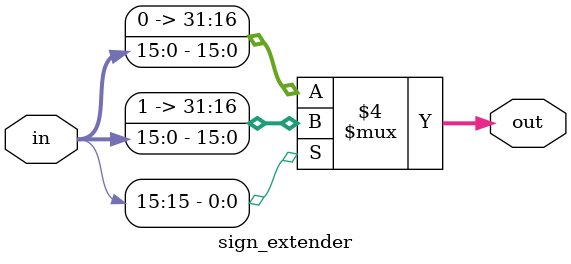
<source format=v>
module sign_extender (
    input       [15:0]  in,

    output  reg [31:0]  out
);

    always @(*) begin
        if (in[15] == 1'b1) begin
            out = {16'hFFFF, in};
        end else begin
            out = {16'h0000, in};
        end
    end

endmodule
</source>
